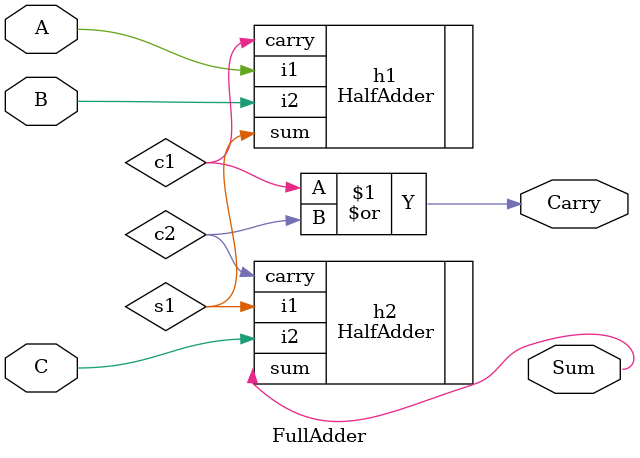
<source format=v>
`timescale 1ns / 1ps


module FullAdder(
    input A,
    input B,
    input C,
    output Sum,
    output Carry
    );
    wire s1,c1,c2;
    HalfAdder h1(
    .i1(A),
    .i2(B),
    .sum(s1),
    .carry(c1)
    );
    HalfAdder h2(
        .i1(s1),
        .i2(C),
        .sum(Sum),
        .carry(c2)
        );
    or(Carry,c1,c2);
endmodule

</source>
